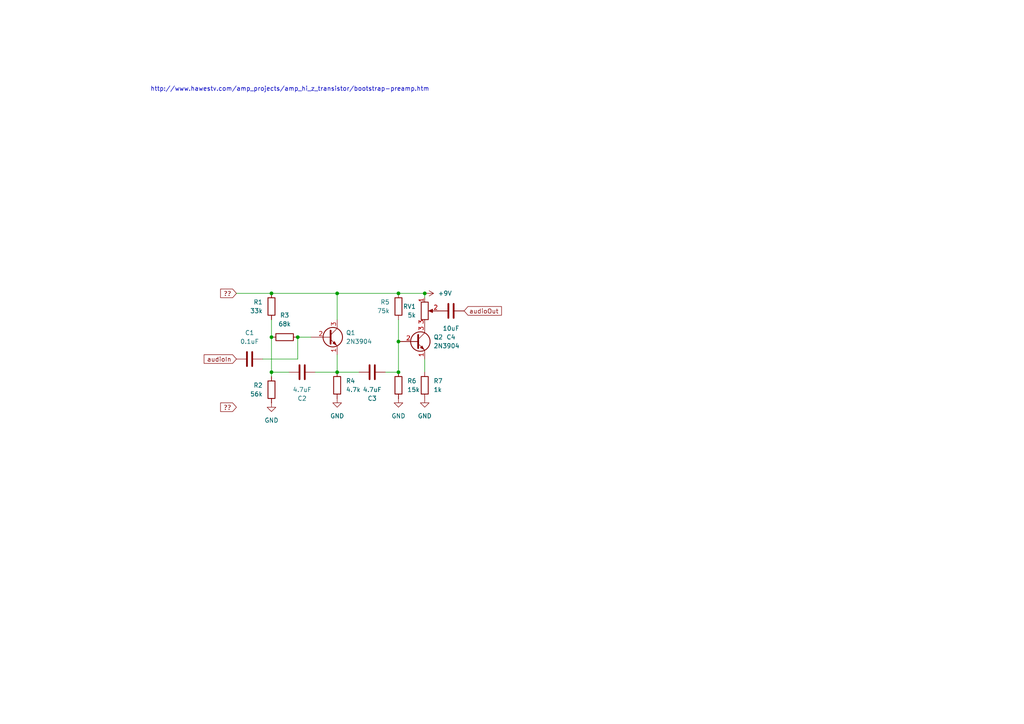
<source format=kicad_sch>
(kicad_sch (version 20231120) (generator "eeschema") (generator_version "8.0")
  (paper "A4")
  (lib_symbols
    (symbol "Device:C" (pin_numbers hide) (pin_names (offset 0.254))
      (property "Reference" "C" (at 0.635 2.54 0))
      (property "Value" "C" (at 0.635 -2.54 0))
      (symbol "C_0_1"
        (polyline (pts (xy -2.032 -0.762) (xy 2.032 -0.762)) (stroke (width 0.508)))
        (polyline (pts (xy -2.032 0.762) (xy 2.032 0.762)) (stroke (width 0.508)))
      )
      (symbol "C_1_1"
        (pin passive line (at 0 3.81 270) (length 2.794) (name "~") (number "1"))
        (pin passive line (at 0 -3.81 90) (length 2.794) (name "~") (number "2"))
      )
    )
    (symbol "Device:R" (pin_numbers hide) (pin_names (offset 0))
      (property "Reference" "R" (at 2.032 0 90))
      (property "Value" "R" (at 0 0 90))
      (symbol "R_0_1"
        (rectangle (start -1.016 -2.54) (end 1.016 2.54) (stroke (width 0.254)))
      )
      (symbol "R_1_1"
        (pin passive line (at 0 3.81 270) (length 1.27) (name "~") (number "1"))
        (pin passive line (at 0 -3.81 90) (length 1.27) (name "~") (number "2"))
      )
    )
    (symbol "Device:R_Potentiometer" (pin_names (offset 1.016) hide)
      (property "Reference" "RV" (at -4.445 0 90))
      (property "Value" "R_Potentiometer" (at -2.54 0 90))
      (symbol "R_Potentiometer_0_1"
        (polyline (pts (xy 2.54 0) (xy 1.524 0)))
        (polyline (pts (xy 1.143 0) (xy 2.286 0.508) (xy 2.286 -0.508) (xy 1.143 0)) (fill (type outline)))
        (rectangle (start 1.016 2.54) (end -1.016 -2.54) (stroke (width 0.254)))
      )
      (symbol "R_Potentiometer_1_1"
        (pin passive line (at 0 3.81 270) (length 1.27) (name "1") (number "1"))
        (pin passive line (at 3.81 0 180) (length 1.27) (name "2") (number "2"))
        (pin passive line (at 0 -3.81 90) (length 1.27) (name "3") (number "3"))
      )
    )
    (symbol "Transistor_BJT:2N3904" (pin_names (offset 0) hide)
      (property "Reference" "Q" (at 5.08 1.905 0))
      (property "Value" "2N3904" (at 5.08 0 0))
      (symbol "2N3904_0_1"
        (polyline (pts (xy 0.635 0.635) (xy 2.54 2.54)))
        (polyline (pts (xy 0.635 -0.635) (xy 2.54 -2.54) (xy 2.54 -2.54)))
        (polyline (pts (xy 0.635 1.905) (xy 0.635 -1.905) (xy 0.635 -1.905)) (stroke (width 0.508)))
        (polyline (pts (xy 1.27 -1.778) (xy 1.778 -1.27) (xy 2.286 -2.286) (xy 1.27 -1.778) (xy 1.27 -1.778)) (fill (type outline)))
        (circle (center 1.27 0) (radius 2.8194) (stroke (width 0.254)))
      )
      (symbol "2N3904_1_1"
        (pin passive line (at 2.54 -5.08 90) (length 2.54) (name "E") (number "1"))
        (pin passive line (at -5.08 0 0) (length 5.715) (name "B") (number "2"))
        (pin passive line (at 2.54 5.08 270) (length 2.54) (name "C") (number "3"))
      )
    )
    (symbol "power:+9V" (power) (pin_numbers hide) (pin_names (offset 0) hide)
      (property "Value" "+9V" (at 0 3.556 0))
      (symbol "+9V_0_1"
        (polyline (pts (xy -0.762 1.27) (xy 0 2.54)))
        (polyline (pts (xy 0 0) (xy 0 2.54)))
        (polyline (pts (xy 0 2.54) (xy 0.762 1.27)))
      )
      (symbol "+9V_1_1"
        (pin power_in line (at 0 0 90) (length 0) (name "~") (number "1"))
      )
    )
    (symbol "power:GND" (power) (pin_numbers hide) (pin_names (offset 0) hide)
      (property "Value" "GND" (at 0 -3.81 0))
      (symbol "GND_0_1"
        (polyline (pts (xy 0 0) (xy 0 -1.27) (xy 1.27 -1.27) (xy 0 -2.54) (xy -1.27 -1.27) (xy 0 -1.27)))
      )
      (symbol "GND_1_1"
        (pin power_in line (at 0 0 270) (length 0) (name "~") (number "1"))
      )
    )
  )
  (junction (at 78.74 107.95))
  (junction (at 78.74 97.79))
  (junction (at 97.79 85.09))
  (junction (at 78.74 85.09))
  (junction (at 97.79 107.95))
  (junction (at 86.36 97.79))
  (junction (at 123.19 85.09))
  (junction (at 115.57 99.06))
  (junction (at 115.57 107.95))
  (junction (at 115.57 85.09))
  (wire (pts (xy 97.79 107.95) (xy 104.14 107.95)))
  (wire (pts (xy 97.79 85.09) (xy 115.57 85.09)))
  (wire (pts (xy 86.36 97.79) (xy 90.17 97.79)))
  (wire (pts (xy 97.79 102.87) (xy 97.79 107.95)))
  (wire (pts (xy 123.19 85.09) (xy 123.19 86.36)))
  (wire (pts (xy 115.57 85.09) (xy 123.19 85.09)))
  (wire (pts (xy 78.74 107.95) (xy 83.82 107.95)))
  (wire (pts (xy 78.74 97.79) (xy 78.74 107.95)))
  (wire (pts (xy 78.74 92.71) (xy 78.74 97.79)))
  (wire (pts (xy 78.74 85.09) (xy 97.79 85.09)))
  (wire (pts (xy 115.57 92.71) (xy 115.57 99.06)))
  (wire (pts (xy 123.19 104.14) (xy 123.19 107.95)))
  (wire (pts (xy 76.2 104.14) (xy 86.36 104.14)))
  (wire (pts (xy 115.57 99.06) (xy 115.57 107.95)))
  (wire (pts (xy 68.58 85.09) (xy 78.74 85.09)))
  (wire (pts (xy 111.76 107.95) (xy 115.57 107.95)))
  (wire (pts (xy 91.44 107.95) (xy 97.79 107.95)))
  (wire (pts (xy 97.79 85.09) (xy 97.79 92.71)))
  (wire (pts (xy 86.36 104.14) (xy 86.36 97.79)))
  (wire (pts (xy 78.74 107.95) (xy 78.74 109.22)))
  (text "http://www.hawestv.com/amp_projects/amp_hi_z_transistor/bootstrap-preamp.htm" (at 84.074 25.908 0) (effects (font (size 1.27 1.27))))
  (global_label "audioOut" (shape input) (at 134.62 90.17 0) (property "Intersheetrefs" "${INTERSHEET_REFS}" (effects (hide yes))))
  (global_label "??" (shape input) (at 68.58 85.09 180) (property "Intersheetrefs" "${INTERSHEET_REFS}" (effects (hide yes))))
  (global_label "??" (shape input) (at 68.58 118.11 180) (property "Intersheetrefs" "${INTERSHEET_REFS}" (effects (hide yes))))
  (global_label "audioIn" (shape input) (at 68.58 104.14 180) (property "Intersheetrefs" "${INTERSHEET_REFS}" (effects (hide yes))))
  (symbol (lib_id "Device:C") (at 107.95 107.95 90) (mirror x) (unit 1)
    (property "Reference" "C3" (at 107.95 115.57 90))
    (property "Value" "4.7uF" (at 107.95 113.03 90))
    (property "Description" "Unpolarized capacitor" (effects (hide yes)))
  )
  (symbol (lib_id "Transistor_BJT:2N3904") (at 95.25 97.79 0) (unit 1)
    (property "Reference" "Q1" (at 100.33 96.5199 0) (effects (justify left)))
    (property "Value" "2N3904" (at 100.33 99.0599 0) (effects (justify left)))
    (property "Footprint" "Package_TO_SOT_THT:TO-92_Inline" (effects (hide yes)))
    (property "Datasheet" "https://www.onsemi.com/pub/Collateral/2N3903-D.PDF" (effects (hide yes)))
    (property "Description" "0.2A Ic, 40V Vce, Small Signal NPN Transistor, TO-92" (effects (hide yes)))
  )
  (symbol (lib_id "power:GND") (at 123.19 115.57 0) (unit 1)
    (property "Reference" "#PWR04" (effects (hide yes)))
    (property "Value" "GND" (at 123.19 120.65 0))
    (property "Description" "Power symbol creates a global label with name \"GND\" , ground" (effects (hide yes)))
  )
  (symbol (lib_id "Device:C") (at 72.39 104.14 90) (unit 1)
    (property "Reference" "C1" (at 72.39 96.52 90))
    (property "Value" "0.1uF" (at 72.39 99.06 90))
    (property "Description" "Unpolarized capacitor" (effects (hide yes)))
  )
  (symbol (lib_id "Device:R") (at 82.55 97.79 270) (unit 1)
    (property "Reference" "R3" (at 82.55 91.44 90))
    (property "Value" "68k" (at 82.55 93.98 90))
    (property "Description" "Resistor" (effects (hide yes)))
  )
  (symbol (lib_id "power:+9V") (at 123.19 85.09 270) (unit 1)
    (property "Reference" "#PWR05" (effects (hide yes)))
    (property "Value" "+9V" (at 127 85.0899 90) (effects (justify left)))
    (property "Description" "Power symbol creates a global label with name \"+9V\"" (effects (hide yes)))
  )
  (symbol (lib_id "Device:R") (at 115.57 111.76 180) (unit 1)
    (property "Reference" "R6" (at 118.11 110.4899 0) (effects (justify right)))
    (property "Value" "15k" (at 118.11 113.0299 0) (effects (justify right)))
    (property "Description" "Resistor" (effects (hide yes)))
  )
  (symbol (lib_id "Device:C") (at 87.63 107.95 90) (mirror x) (unit 1)
    (property "Reference" "C2" (at 87.63 115.57 90))
    (property "Value" "4.7uF" (at 87.63 113.03 90))
    (property "Description" "Unpolarized capacitor" (effects (hide yes)))
  )
  (symbol (lib_id "Device:C") (at 130.81 90.17 90) (mirror x) (unit 1)
    (property "Reference" "C4" (at 130.81 97.79 90))
    (property "Value" "10uF" (at 130.81 95.25 90))
    (property "Description" "Unpolarized capacitor" (effects (hide yes)))
  )
  (symbol (lib_id "Device:R") (at 78.74 113.03 0) (mirror y) (unit 1)
    (property "Reference" "R2" (at 76.2 111.7599 0) (effects (justify left)))
    (property "Value" "56k" (at 76.2 114.2999 0) (effects (justify left)))
    (property "Description" "Resistor" (effects (hide yes)))
  )
  (symbol (lib_id "power:GND") (at 78.74 116.84 0) (unit 1)
    (property "Reference" "#PWR01" (effects (hide yes)))
    (property "Value" "GND" (at 78.74 121.92 0))
    (property "Description" "Power symbol creates a global label with name \"GND\" , ground" (effects (hide yes)))
  )
  (symbol (lib_id "Transistor_BJT:2N3904") (at 120.65 99.06 0) (unit 1)
    (property "Reference" "Q2" (at 125.73 97.7899 0) (effects (justify left)))
    (property "Value" "2N3904" (at 125.73 100.3299 0) (effects (justify left)))
    (property "Footprint" "Package_TO_SOT_THT:TO-92_Inline" (effects (hide yes)))
    (property "Datasheet" "https://www.onsemi.com/pub/Collateral/2N3903-D.PDF" (effects (hide yes)))
    (property "Description" "0.2A Ic, 40V Vce, Small Signal NPN Transistor, TO-92" (effects (hide yes)))
  )
  (symbol (lib_id "power:GND") (at 115.57 115.57 0) (unit 1)
    (property "Reference" "#PWR03" (effects (hide yes)))
    (property "Value" "GND" (at 115.57 120.65 0))
    (property "Description" "Power symbol creates a global label with name \"GND\" , ground" (effects (hide yes)))
  )
  (symbol (lib_id "Device:R") (at 97.79 111.76 180) (unit 1)
    (property "Reference" "R4" (at 100.33 110.4899 0) (effects (justify right)))
    (property "Value" "4.7k" (at 100.33 113.0299 0) (effects (justify right)))
    (property "Description" "Resistor" (effects (hide yes)))
  )
  (symbol (lib_id "Device:R_Potentiometer") (at 123.19 90.17 0) (unit 1)
    (property "Reference" "RV1" (at 120.65 88.8999 0) (effects (justify right)))
    (property "Value" "5k" (at 120.65 91.4399 0) (effects (justify right)))
    (property "Description" "Potentiometer" (effects (hide yes)))
  )
  (symbol (lib_id "Device:R") (at 78.74 88.9 0) (mirror x) (unit 1)
    (property "Reference" "R1" (at 76.2 87.6299 0) (effects (justify right)))
    (property "Value" "33k" (at 76.2 90.1699 0) (effects (justify right)))
    (property "Description" "Resistor" (effects (hide yes)))
  )
  (symbol (lib_id "Device:R") (at 115.57 88.9 0) (mirror x) (unit 1)
    (property "Reference" "R5" (at 113.03 87.6299 0) (effects (justify right)))
    (property "Value" "75k" (at 113.03 90.1699 0) (effects (justify right)))
    (property "Description" "Resistor" (effects (hide yes)))
  )
  (symbol (lib_id "Device:R") (at 123.19 111.76 180) (unit 1)
    (property "Reference" "R7" (at 125.73 110.4899 0) (effects (justify right)))
    (property "Value" "1k" (at 125.73 113.0299 0) (effects (justify right)))
    (property "Description" "Resistor" (effects (hide yes)))
  )
  (symbol (lib_id "power:GND") (at 97.79 115.57 0) (unit 1)
    (property "Reference" "#PWR02" (effects (hide yes)))
    (property "Value" "GND" (at 97.79 120.65 0))
    (property "Description" "Power symbol creates a global label with name \"GND\" , ground" (effects (hide yes)))
  )
)
</source>
